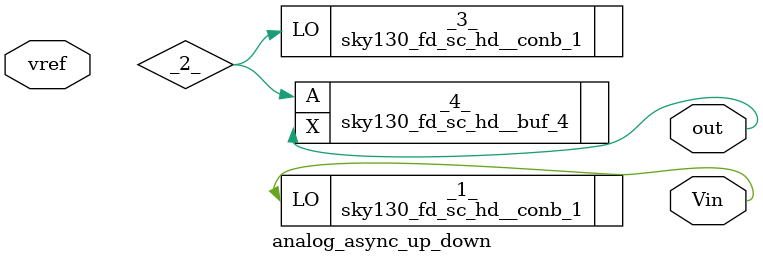
<source format=v>
/* Generated by Yosys 0.13+15 (git sha1 bc027b2ca, gcc 11.3.0-1ubuntu1~22.04 -fPIC -Os) */

module analog_async_up_down(vref, out, Vin);
  wire _2_;
  output Vin;
  output out;
  input vref;
  sky130_fd_sc_hd__conb_1 _3_ (
    .LO(_2_)
  );
  sky130_fd_sc_hd__buf_4 _4_ (
    .A(_2_),
    .X(out)
  );
  sky130_fd_sc_hd__conb_1 _1_ (
    .LO(Vin)
  );
endmodule

</source>
